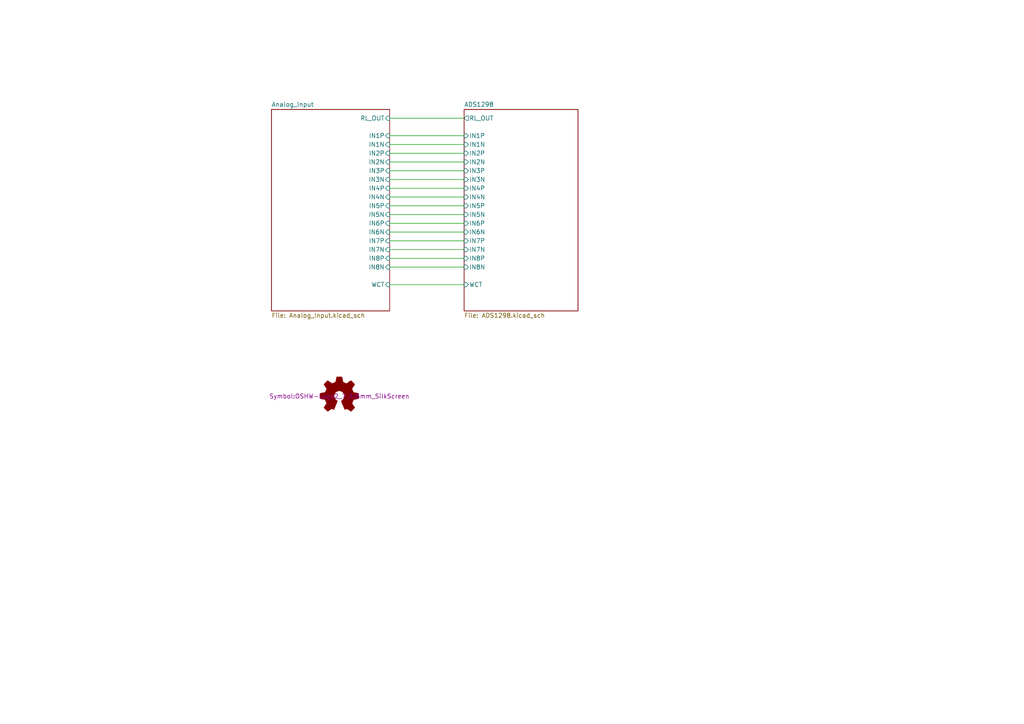
<source format=kicad_sch>
(kicad_sch (version 20230121) (generator eeschema)
  (paper "A4")
  (lib_symbols
    (symbol "Graphic:Logo_Open_Hardware_Small" (in_bom no) (on_board no)
      (symbol "Logo_Open_Hardware_Small_0_1"
        (polyline (pts (xy 3.3528 -4.3434) (xy 3.302 -4.318) (xy 3.175 -4.2418) (xy 2.9972 -4.1148) (xy 2.7686 -3.9624) (xy 2.54 -3.81) (xy 2.3622 -3.7084) (xy 2.2352 -3.6068) (xy 2.1844 -3.5814) (xy 2.159 -3.6068) (xy 2.0574 -3.6576) (xy 1.905 -3.7338) (xy 1.8034 -3.7846) (xy 1.6764 -3.8354) (xy 1.6002 -3.8354) (xy 1.6002 -3.8354) (xy 1.5494 -3.7338) (xy 1.4732 -3.5306) (xy 1.3462 -3.302) (xy 1.2446 -3.0226) (xy 1.1176 -2.7178) (xy 0.9652 -2.413) (xy 0.8636 -2.1082) (xy 0.7366 -1.8288) (xy 0.6604 -1.6256) (xy 0.6096 -1.4732) (xy 0.5842 -1.397) (xy 0.5842 -1.397) (xy 0.6604 -1.3208) (xy 0.7874 -1.2446) (xy 1.0414 -1.016) (xy 1.2954 -0.6858) (xy 1.4478 -0.3302) (xy 1.524 0.0762) (xy 1.4732 0.4572) (xy 1.3208 0.8128) (xy 1.0668 1.143) (xy 0.762 1.3716) (xy 0.4064 1.524) (xy 0 1.5748) (xy -0.381 1.5494) (xy -0.7366 1.397) (xy -1.0668 1.143) (xy -1.2192 0.9906) (xy -1.397 0.6604) (xy -1.524 0.3048) (xy -1.524 0.2286) (xy -1.4986 -0.1778) (xy -1.397 -0.5334) (xy -1.1938 -0.8636) (xy -0.9144 -1.143) (xy -0.8636 -1.1684) (xy -0.7366 -1.27) (xy -0.635 -1.3462) (xy -0.5842 -1.397) (xy -1.0668 -2.5908) (xy -1.143 -2.794) (xy -1.2954 -3.1242) (xy -1.397 -3.4036) (xy -1.4986 -3.6322) (xy -1.5748 -3.7846) (xy -1.6002 -3.8354) (xy -1.6002 -3.8354) (xy -1.651 -3.8354) (xy -1.7272 -3.81) (xy -1.905 -3.7338) (xy -2.0066 -3.683) (xy -2.1336 -3.6068) (xy -2.2098 -3.5814) (xy -2.2606 -3.6068) (xy -2.3622 -3.683) (xy -2.54 -3.81) (xy -2.7686 -3.9624) (xy -2.9718 -4.0894) (xy -3.1496 -4.2164) (xy -3.302 -4.318) (xy -3.3528 -4.3434) (xy -3.3782 -4.3434) (xy -3.429 -4.318) (xy -3.5306 -4.2164) (xy -3.7084 -4.064) (xy -3.937 -3.8354) (xy -3.9624 -3.81) (xy -4.1656 -3.6068) (xy -4.318 -3.4544) (xy -4.4196 -3.3274) (xy -4.445 -3.2766) (xy -4.445 -3.2766) (xy -4.4196 -3.2258) (xy -4.318 -3.0734) (xy -4.2164 -2.8956) (xy -4.064 -2.667) (xy -3.6576 -2.0828) (xy -3.8862 -1.5494) (xy -3.937 -1.3716) (xy -4.0386 -1.1684) (xy -4.0894 -1.0414) (xy -4.1148 -0.9652) (xy -4.191 -0.9398) (xy -4.318 -0.9144) (xy -4.5466 -0.8636) (xy -4.8006 -0.8128) (xy -5.0546 -0.7874) (xy -5.2578 -0.7366) (xy -5.4356 -0.7112) (xy -5.5118 -0.6858) (xy -5.5118 -0.6858) (xy -5.5372 -0.635) (xy -5.5372 -0.5588) (xy -5.5372 -0.4318) (xy -5.5626 -0.2286) (xy -5.5626 0.0762) (xy -5.5626 0.127) (xy -5.5372 0.4064) (xy -5.5372 0.635) (xy -5.5372 0.762) (xy -5.5372 0.8382) (xy -5.5372 0.8382) (xy -5.461 0.8382) (xy -5.3086 0.889) (xy -5.08 0.9144) (xy -4.826 0.9652) (xy -4.8006 0.9906) (xy -4.5466 1.0414) (xy -4.318 1.0668) (xy -4.1656 1.1176) (xy -4.0894 1.143) (xy -4.0894 1.143) (xy -4.0386 1.2446) (xy -3.9624 1.4224) (xy -3.8608 1.6256) (xy -3.7846 1.8288) (xy -3.7084 2.0066) (xy -3.6576 2.159) (xy -3.6322 2.2098) (xy -3.6322 2.2098) (xy -3.683 2.286) (xy -3.7592 2.413) (xy -3.8862 2.5908) (xy -4.064 2.8194) (xy -4.064 2.8448) (xy -4.2164 3.0734) (xy -4.3434 3.2512) (xy -4.4196 3.3782) (xy -4.445 3.4544) (xy -4.445 3.4544) (xy -4.3942 3.5052) (xy -4.2926 3.6322) (xy -4.1148 3.81) (xy -3.937 4.0132) (xy -3.8608 4.064) (xy -3.6576 4.2926) (xy -3.5052 4.4196) (xy -3.4036 4.4958) (xy -3.3528 4.5212) (xy -3.3528 4.5212) (xy -3.302 4.4704) (xy -3.1496 4.3688) (xy -2.9718 4.2418) (xy -2.7432 4.0894) (xy -2.7178 4.0894) (xy -2.4892 3.937) (xy -2.3114 3.81) (xy -2.1844 3.7084) (xy -2.1336 3.683) (xy -2.1082 3.683) (xy -2.032 3.7084) (xy -1.8542 3.7592) (xy -1.6764 3.8354) (xy -1.4732 3.937) (xy -1.27 4.0132) (xy -1.143 4.064) (xy -1.0668 4.1148) (xy -1.0668 4.1148) (xy -1.0414 4.191) (xy -1.016 4.3434) (xy -0.9652 4.572) (xy -0.9144 4.8514) (xy -0.889 4.9022) (xy -0.8382 5.1562) (xy -0.8128 5.3848) (xy -0.7874 5.5372) (xy -0.762 5.588) (xy -0.7112 5.6134) (xy -0.5842 5.6134) (xy -0.4064 5.6134) (xy -0.1524 5.6134) (xy 0.0762 5.6134) (xy 0.3302 5.6134) (xy 0.5334 5.6134) (xy 0.6858 5.588) (xy 0.7366 5.588) (xy 0.7366 5.588) (xy 0.762 5.5118) (xy 0.8128 5.334) (xy 0.8382 5.1054) (xy 0.9144 4.826) (xy 0.9144 4.7752) (xy 0.9652 4.5212) (xy 1.016 4.2926) (xy 1.0414 4.1402) (xy 1.0668 4.0894) (xy 1.0668 4.0894) (xy 1.1938 4.0386) (xy 1.3716 3.9624) (xy 1.5748 3.8608) (xy 2.0828 3.6576) (xy 2.7178 4.0894) (xy 2.7686 4.1402) (xy 2.9972 4.2926) (xy 3.175 4.4196) (xy 3.302 4.4958) (xy 3.3782 4.5212) (xy 3.3782 4.5212) (xy 3.429 4.4704) (xy 3.556 4.3434) (xy 3.7338 4.191) (xy 3.9116 3.9878) (xy 4.064 3.8354) (xy 4.2418 3.6576) (xy 4.3434 3.556) (xy 4.4196 3.4798) (xy 4.4196 3.429) (xy 4.4196 3.4036) (xy 4.3942 3.3274) (xy 4.2926 3.2004) (xy 4.1656 2.9972) (xy 4.0132 2.794) (xy 3.8862 2.5908) (xy 3.7592 2.3876) (xy 3.6576 2.2352) (xy 3.6322 2.159) (xy 3.6322 2.1336) (xy 3.683 2.0066) (xy 3.7592 1.8288) (xy 3.8608 1.6002) (xy 4.064 1.1176) (xy 4.3942 1.0414) (xy 4.5974 1.016) (xy 4.8768 0.9652) (xy 5.1308 0.9144) (xy 5.5372 0.8382) (xy 5.5626 -0.6604) (xy 5.4864 -0.6858) (xy 5.4356 -0.6858) (xy 5.2832 -0.7366) (xy 5.0546 -0.762) (xy 4.8006 -0.8128) (xy 4.5974 -0.8636) (xy 4.3688 -0.9144) (xy 4.2164 -0.9398) (xy 4.1402 -0.9398) (xy 4.1148 -0.9652) (xy 4.064 -1.0668) (xy 3.9878 -1.2446) (xy 3.9116 -1.4478) (xy 3.81 -1.651) (xy 3.7338 -1.8542) (xy 3.683 -2.0066) (xy 3.6576 -2.0828) (xy 3.683 -2.1336) (xy 3.7846 -2.2606) (xy 3.8862 -2.4638) (xy 4.0386 -2.667) (xy 4.191 -2.8956) (xy 4.318 -3.0734) (xy 4.3942 -3.2004) (xy 4.445 -3.2766) (xy 4.4196 -3.3274) (xy 4.3434 -3.429) (xy 4.1656 -3.5814) (xy 3.937 -3.8354) (xy 3.8862 -3.8608) (xy 3.683 -4.064) (xy 3.5306 -4.2164) (xy 3.4036 -4.318) (xy 3.3528 -4.3434)) (fill (type outline)))
      )
    )
  )
  (wire (pts (xy 113.03 72.39) (xy 134.62 72.39)))
  (wire (pts (xy 113.03 69.85) (xy 134.62 69.85)))
  (wire (pts (xy 113.03 64.77) (xy 134.62 64.77)))
  (wire (pts (xy 113.03 82.55) (xy 134.62 82.55)))
  (wire (pts (xy 113.03 39.37) (xy 134.62 39.37)))
  (wire (pts (xy 113.03 46.99) (xy 134.62 46.99)))
  (wire (pts (xy 113.03 34.29) (xy 134.62 34.29)))
  (wire (pts (xy 113.03 62.23) (xy 134.62 62.23)))
  (wire (pts (xy 113.03 41.91) (xy 134.62 41.91)))
  (wire (pts (xy 113.03 67.31) (xy 134.62 67.31)))
  (wire (pts (xy 113.03 74.93) (xy 134.62 74.93)))
  (wire (pts (xy 113.03 44.45) (xy 134.62 44.45)))
  (wire (pts (xy 113.03 59.69) (xy 134.62 59.69)))
  (wire (pts (xy 113.03 52.07) (xy 134.62 52.07)))
  (wire (pts (xy 113.03 57.15) (xy 134.62 57.15)))
  (wire (pts (xy 113.03 77.47) (xy 134.62 77.47)))
  (wire (pts (xy 113.03 49.53) (xy 134.62 49.53)))
  (wire (pts (xy 113.03 54.61) (xy 134.62 54.61)))
  (symbol (lib_id "Graphic:Logo_Open_Hardware_Small") (at 98.425 114.935 0) (unit 1)
    (property "Reference" "LOGO1" (effects hide))
    (property "Value" "Logo_Open_Hardware_Small" (effects hide))
    (property "Footprint" "Symbol:OSHW-Logo2_7.3x6mm_SilkScreen" (at 98.425 114.935 0))
    (property "Sim.Enable" "0" (effects hide))
  )
  (sheet (at 78.74 31.75) (size 34.29 58.42)
    (property "Sheetname" "Analog_Input" (at 78.74 31.0384 0) (effects (justify left bottom)))
    (property "Sheetfile" "Analog_Input.kicad_sch" (at 78.74 90.7546 0) (effects (justify left top)))
    (pin "IN1P" input (at 113.03 39.37 0))
    (pin "IN1N" input (at 113.03 41.91 0))
    (pin "IN2P" input (at 113.03 44.45 0))
    (pin "IN3P" input (at 113.03 49.53 0))
    (pin "IN2N" input (at 113.03 46.99 0))
    (pin "IN3N" input (at 113.03 52.07 0))
    (pin "IN4N" input (at 113.03 57.15 0))
    (pin "IN5N" input (at 113.03 62.23 0))
    (pin "IN6N" input (at 113.03 67.31 0))
    (pin "IN7N" input (at 113.03 72.39 0))
    (pin "IN8N" input (at 113.03 77.47 0))
    (pin "IN4P" input (at 113.03 54.61 0))
    (pin "IN5P" input (at 113.03 59.69 0))
    (pin "IN6P" input (at 113.03 64.77 0))
    (pin "IN7P" input (at 113.03 69.85 0))
    (pin "IN8P" input (at 113.03 74.93 0))
    (pin "RL_OUT" input (at 113.03 34.29 0))
    (pin "WCT" input (at 113.03 82.55 0))
  )
  (sheet (at 134.62 31.75) (size 33.02 58.42)
    (property "Sheetname" "ADS1298" (at 134.62 31.0384 0) (effects (justify left bottom)))
    (property "Sheetfile" "ADS1298.kicad_sch" (at 134.62 90.7546 0) (effects (justify left top)))
    (pin "IN1P" input (at 134.62 39.37 180))
    (pin "IN1N" input (at 134.62 41.91 180))
    (pin "IN2P" input (at 134.62 44.45 180))
    (pin "IN2N" input (at 134.62 46.99 180))
    (pin "IN3P" input (at 134.62 49.53 180))
    (pin "IN3N" input (at 134.62 52.07 180))
    (pin "IN4P" input (at 134.62 54.61 180))
    (pin "IN4N" input (at 134.62 57.15 180))
    (pin "IN5P" input (at 134.62 59.69 180))
    (pin "IN5N" input (at 134.62 62.23 180))
    (pin "IN6P" input (at 134.62 64.77 180))
    (pin "IN6N" input (at 134.62 67.31 180))
    (pin "IN7P" input (at 134.62 69.85 180))
    (pin "IN7N" input (at 134.62 72.39 180))
    (pin "IN8P" input (at 134.62 74.93 180))
    (pin "IN8N" input (at 134.62 77.47 180))
    (pin "WCT" input (at 134.62 82.55 180))
    (pin "RL_OUT" output (at 134.62 34.29 180))
  )
)
</source>
